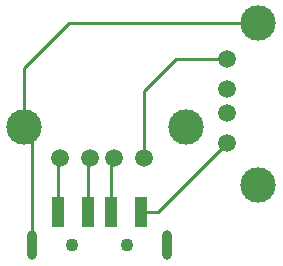
<source format=gtl>
G04 #@! TF.FileFunction,Copper,L1,Top,Signal*
%FSLAX46Y46*%
G04 Gerber Fmt 4.6, Leading zero omitted, Abs format (unit mm)*
G04 Created by KiCad (PCBNEW 4.0.1-stable) date Fri 01 Jan 2016 07:05:39 PM EST*
%MOMM*%
G01*
G04 APERTURE LIST*
%ADD10C,0.100000*%
%ADD11C,1.501140*%
%ADD12C,2.999740*%
%ADD13O,0.900000X2.500000*%
%ADD14C,1.100000*%
%ADD15R,1.100000X2.500000*%
%ADD16C,0.250000*%
G04 APERTURE END LIST*
D10*
D11*
X192277140Y-137162120D03*
X194817140Y-137162120D03*
X196849140Y-137162120D03*
X199389140Y-137162120D03*
D12*
X189229140Y-134495120D03*
X202945140Y-134495120D03*
D11*
X206372880Y-128777140D03*
X206372880Y-131317140D03*
X206372880Y-133349140D03*
X206372880Y-135889140D03*
D12*
X209039880Y-125729140D03*
X209039880Y-139445140D03*
D13*
X201280000Y-144482000D03*
D14*
X197880000Y-144482000D03*
D15*
X192080000Y-141732000D03*
X194580000Y-141732000D03*
X196580000Y-141732000D03*
X199080000Y-141732000D03*
D14*
X193280000Y-144482000D03*
D13*
X189880000Y-144482000D03*
D16*
X189229140Y-134495120D02*
X189229140Y-129540860D01*
X193040860Y-125729140D02*
X209039880Y-125729140D01*
X189229140Y-129540860D02*
X193040860Y-125729140D01*
X189880000Y-144482000D02*
X189880000Y-135145980D01*
X189880000Y-135145980D02*
X189229140Y-134495120D01*
X201280000Y-144482000D02*
X201280000Y-144160000D01*
X199080000Y-141732000D02*
X200530020Y-141732000D01*
X200530020Y-141732000D02*
X206372880Y-135889140D01*
X199080000Y-141732000D02*
X199263000Y-141732000D01*
X196580000Y-141732000D02*
X196580000Y-137431260D01*
X196580000Y-137431260D02*
X196849140Y-137162120D01*
X194580000Y-141732000D02*
X194580000Y-137399260D01*
X194580000Y-137399260D02*
X194817140Y-137162120D01*
X192080000Y-141732000D02*
X192080000Y-137359260D01*
X192080000Y-137359260D02*
X192277140Y-137162120D01*
X206372880Y-128777140D02*
X202057860Y-128777140D01*
X199389140Y-131445860D02*
X199389140Y-137162120D01*
X202057860Y-128777140D02*
X199389140Y-131445860D01*
M02*

</source>
